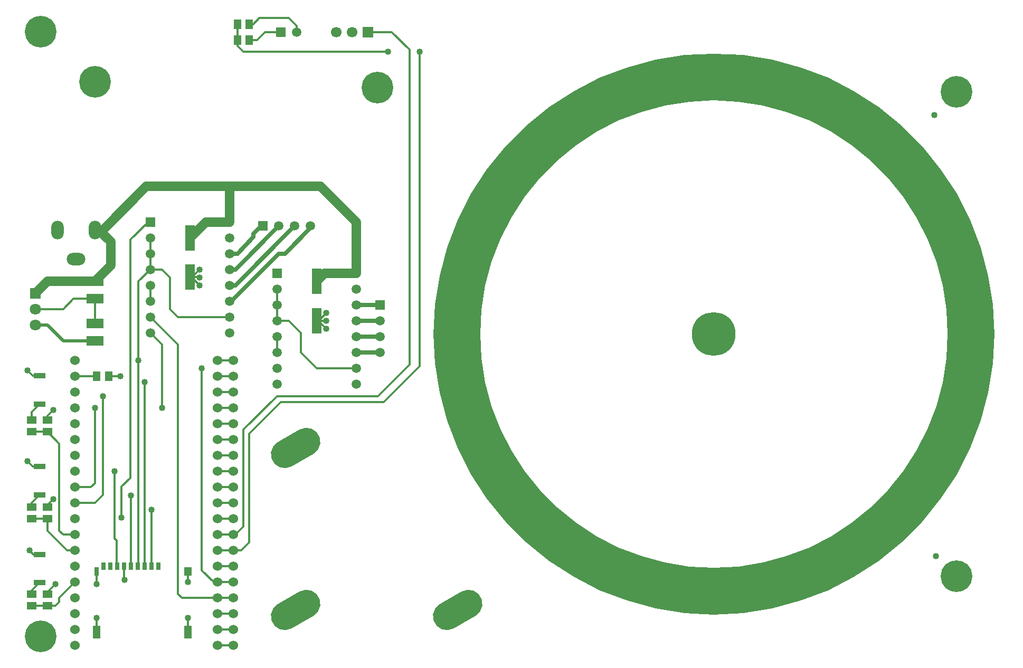
<source format=gbr>
G04 DipTrace 3.3.0.0*
G04 Top.gbr*
%MOIN*%
G04 #@! TF.FileFunction,Copper,L1,Top*
G04 #@! TF.Part,Single*
%AMOUTLINE0*
4,1,16,
0.112483,-0.037345,
0.141382,-0.01053,
0.155785,0.026168,
0.152839,0.06548,
0.133127,0.099622,
0.100554,0.121829,
0.061571,0.127705,
0.0239,0.116085,
-0.112483,0.037345,
-0.141382,0.01053,
-0.155785,-0.026168,
-0.152839,-0.06548,
-0.133127,-0.099622,
-0.100554,-0.121829,
-0.061571,-0.127705,
-0.0239,-0.116085,
0.112483,-0.037345,
0*%
G04 #@! TA.AperFunction,Conductor*
%ADD13C,0.012*%
%ADD14C,0.019685*%
%ADD16C,0.025*%
%ADD17C,0.059055*%
%ADD19R,0.106299X0.062992*%
%ADD20R,0.059055X0.051181*%
%ADD22R,0.062992X0.163386*%
%ADD23R,0.051181X0.059055*%
G04 #@! TA.AperFunction,ComponentPad*
%ADD24R,0.059055X0.059055*%
%ADD25C,0.059055*%
%ADD26R,0.066929X0.066929*%
%ADD27C,0.066929*%
%ADD28O,0.07874X0.11811*%
%ADD29O,0.11811X0.07874*%
%ADD30R,0.027559X0.051181*%
%ADD31R,0.047244X0.07874*%
%ADD32R,0.047244X0.055118*%
%ADD33R,0.031496X0.055118*%
G04 #@! TA.AperFunction,ComponentPad*
%ADD34C,0.2*%
%ADD35C,0.275591*%
%ADD36R,0.070866X0.070866*%
%ADD37C,0.070866*%
%ADD38R,0.074803X0.037402*%
G04 #@! TA.AperFunction,ComponentPad*
%ADD39C,0.06*%
%ADD40R,0.059X0.059*%
%ADD41C,0.059*%
G04 #@! TA.AperFunction,ViaPad*
%ADD42C,0.04*%
G04 #@! TA.AperFunction,ComponentPad*
%ADD107OUTLINE0*%
%FSLAX26Y26*%
G04*
G70*
G90*
G75*
G01*
G04 Top*
%LPD*%
X1164094Y994016D2*
D13*
X1169016D1*
Y2294016D1*
X1244016Y3069016D2*
Y2969016D1*
Y2869016D1*
X2044016Y2744016D2*
Y2644016D1*
Y2544016D1*
X1169016Y2294016D2*
Y2794016D1*
X1244016Y2869016D1*
X1319016D1*
X1369016Y2819016D1*
Y2619016D1*
X1419016Y2569016D1*
X1744016D1*
X2044016Y2544016D2*
X2119016D1*
X2194016Y2469016D1*
Y2344016D1*
X2294016Y2244016D1*
X2544016D1*
X519016Y2619016D2*
X694016D1*
X758780Y2683780D1*
X894016D1*
Y2529252D2*
Y2683780D1*
X1077480Y994016D2*
Y910551D1*
X1081516Y906516D1*
X904252Y960551D2*
Y883780D1*
X906516Y881516D1*
X904252Y578661D2*
Y666752D1*
X906516Y669016D1*
X1482205Y578661D2*
Y668327D1*
X1481516Y669016D1*
X1482205Y960551D2*
Y894705D1*
X1481516Y894016D1*
X1494016Y2820984D2*
X1508484D1*
X1556516Y2869016D1*
X1494016Y2820984D2*
X1554547D1*
X1556516Y2819016D1*
X1494016Y2820984D2*
X1504547D1*
X1556516Y2769016D1*
X2294016Y2545984D2*
X2354547D1*
X2356516Y2544016D1*
X2294016Y2545984D2*
X2308484D1*
X2356516Y2594016D1*
X2294016Y2545984D2*
X2304547D1*
X2356516Y2494016D1*
X1869016Y4419016D2*
X1894016D1*
X1931516Y4456516D1*
X2119016D1*
X2169016Y4406516D1*
Y4369016D1*
X544016Y2198150D2*
X502382D1*
X469016Y2231516D1*
X544016Y1623150D2*
X502382D1*
X469016Y1656516D1*
X544016Y1069016D2*
X506516D1*
X481516Y1094016D1*
X981319Y2194016D2*
X1056516D1*
X594016Y1368819D2*
Y1381516D1*
X631516Y1419016D1*
X594016Y818819D2*
Y831516D1*
X644016Y881516D1*
X594016Y1919016D2*
Y1944016D1*
X631516Y1981516D1*
X1669016Y2294016D2*
X1769016D1*
X1669016Y1694016D2*
X1769016D1*
X1669016Y894016D2*
X1644016D1*
X1569016Y969016D1*
Y2244016D1*
X1669016Y894016D2*
X1769016D1*
X944016Y2069016D2*
Y1444016D1*
X894016Y1394016D1*
X769016D1*
X2044016Y2344016D2*
Y2444016D1*
X519016Y2519016D2*
D14*
X594016D1*
X694016Y2419016D1*
X894016D1*
X494016Y819016D2*
D13*
Y839882D1*
X544016Y889882D1*
X1868819Y4319016D2*
X1919016D1*
X1969016Y4369016D1*
X2069016D1*
X494016Y1918819D2*
Y1969016D1*
X544016Y2019016D1*
X769016Y1194016D2*
X694016D1*
X669016Y1219016D1*
Y1769213D1*
X594016Y1844213D1*
X494213D1*
X494016Y1844016D1*
X1669016Y994016D2*
X1769016D1*
X2544016Y2644016D2*
D16*
X2694016D1*
Y2544016D2*
X2544016D1*
X2694016Y2444016D2*
X2544016D1*
X2694016Y2344016D2*
X2544016D1*
X1669016Y794016D2*
D13*
X1444016D1*
X1419016Y819016D1*
Y2394016D1*
X1244016Y2569016D1*
X1669016Y794016D2*
X1769016D1*
X494016Y1369016D2*
Y1394016D1*
X544016Y1444016D1*
X594016Y744016D2*
X644016D1*
X669016Y769016D1*
Y794016D1*
X769016Y894016D1*
X494016Y744213D2*
X593819D1*
X594016Y744016D1*
X769016Y1494016D2*
X869016D1*
X894016Y1519016D1*
Y1994016D1*
X1319016D2*
Y2394016D1*
X1244016Y2469016D1*
X594016Y1294016D2*
X494213D1*
X494016Y1294213D1*
X769016Y1094016D2*
X719016D1*
X594016Y1219016D1*
Y1294016D1*
X1669016Y1194016D2*
X1769016D1*
X1781516D1*
X1831516Y1244016D1*
Y1856516D1*
X2044016Y2069016D1*
X2681516D1*
X2881516Y2269016D1*
Y4256516D1*
X2769016Y4369016D1*
X2619016D1*
X1207402Y994016D2*
Y2157402D1*
X1669016Y2194016D2*
X1769016D1*
X1250709Y994016D2*
Y1350709D1*
X1669016Y1394016D2*
X1769016D1*
X1034173Y994016D2*
X1031516D1*
Y1156516D1*
X1019016Y1169016D1*
Y1594016D1*
X1669016D2*
X1769016D1*
X769016Y2194016D2*
X906516D1*
X1669016Y2094016D2*
X1769016D1*
X1669016Y1994016D2*
X1769016D1*
X1669016Y1894016D2*
X1769016D1*
X1669016Y1794016D2*
X1769016D1*
X1244016Y2669016D2*
Y2769016D1*
X1669016Y694016D2*
X1769016D1*
X1669016Y594016D2*
X1769016D1*
X1669016Y494016D2*
X1769016D1*
X1744016Y2969016D2*
D16*
X1794016D1*
X1894016Y3074436D1*
Y3094016D1*
X1944016Y3144016D1*
X1956516D1*
X1744016Y2869016D2*
X1781516D1*
X2056516Y3144016D1*
X1744016Y2769016D2*
X1781516D1*
X2156516Y3144016D1*
X1744016Y2669016D2*
X1756516D1*
X2056516Y2969016D1*
X2094016D1*
X2256516Y3131516D1*
Y3144016D1*
X1794213Y4419016D2*
D13*
Y4319213D1*
X1794016Y4319016D1*
Y4418819D2*
X1794213Y4419016D1*
X1669016Y1094016D2*
X1769016D1*
X1794016Y4319016D2*
Y4281516D1*
X1831516Y4244016D1*
X2744016D1*
X2944016D2*
Y2256516D1*
X2719016Y2031516D1*
X2069016D1*
X1869016Y1831516D1*
Y1144016D1*
X1819016Y1094016D1*
X1769016D1*
X1120787Y994016D2*
Y1442244D1*
X1669016Y1494016D2*
X1769016D1*
X1244016Y3169016D2*
X1231516D1*
X1119016Y3056516D1*
Y1552087D1*
X1063307Y1496378D1*
Y1299528D1*
X1669016Y1294016D2*
X1769016D1*
X894016Y3119016D2*
D17*
X919016D1*
X994016Y3044016D1*
Y2894016D1*
X894016Y2794016D1*
X594016D1*
X519016Y2719016D1*
X894016Y3119016D2*
X944016D1*
X1219016Y3394016D1*
X1744016D1*
X2319016D1*
X2544016Y3169016D1*
Y2844016D1*
X1744016Y3169016D2*
Y3394016D1*
Y3169016D2*
X1594016D1*
X1494016Y3069016D1*
X2544016Y2844016D2*
X2344016D1*
X2294016Y2794016D1*
D42*
X1169016Y2294016D3*
X1569016Y2244016D3*
X944016Y2069016D3*
X894016Y1994016D3*
X1319016D3*
X1207402Y2157402D3*
X1250709Y1350709D3*
X1019016Y1594016D3*
X2744016Y4244016D3*
X2944016D3*
X1120787Y1442244D3*
X1063307Y1299528D3*
X1081516Y906516D3*
X906516Y881516D3*
Y669016D3*
X1481516D3*
Y894016D3*
X2356516Y2544016D3*
Y2594016D3*
Y2494016D3*
X1556516Y2819016D3*
Y2869016D3*
Y2769016D3*
X469016Y2231516D3*
Y1656516D3*
X481516Y1094016D3*
X1056516Y2194016D3*
X6194016Y3844016D3*
X6206516Y1056516D3*
X631516Y1419016D3*
X644016Y881516D3*
X631516Y1981516D3*
D19*
X894016Y2794016D3*
Y2683780D3*
Y2419016D3*
Y2529252D3*
D20*
X594016Y744016D3*
Y818819D3*
Y1294016D3*
Y1368819D3*
D22*
X2294016Y2545984D3*
Y2794016D3*
X1494016Y2820984D3*
Y3069016D3*
D20*
X594016Y1844213D3*
Y1919016D3*
D23*
X1794213Y4419016D3*
X1869016D3*
D24*
X2069016Y4369016D3*
D25*
X2169016D3*
D24*
X2694016Y2644016D3*
D25*
Y2544016D3*
Y2444016D3*
Y2344016D3*
D24*
X1956516Y3144016D3*
D25*
X2056516D3*
X2156516D3*
X2256516D3*
D26*
X2619016Y4369016D3*
D27*
X2519016D3*
X2419016D3*
D28*
X894016Y3119016D3*
X657795D3*
D29*
X775906Y2933976D3*
D30*
X1294016Y994016D3*
X1250709D3*
X1207402D3*
X1164094D3*
X1120787D3*
X1077480D3*
X1034173D3*
X990866D3*
X947559D3*
D31*
X1482205Y578661D3*
D32*
Y960551D3*
D33*
X904252D3*
D31*
Y578661D3*
D34*
X551496Y4370394D3*
X6334606Y929803D3*
Y3992087D3*
X551496Y551496D3*
X896417Y4055433D3*
D107*
X2160669Y718819D3*
Y1742441D3*
X3184291Y718819D3*
D34*
X2677480Y4016063D3*
D35*
X4803465Y2460945D3*
D36*
X519016Y2719016D3*
D37*
Y2619016D3*
Y2519016D3*
D20*
X494016Y819016D3*
Y744213D3*
Y1369016D3*
Y1294213D3*
Y1918819D3*
Y1844016D3*
D23*
X1868819Y4319016D3*
X1794016D3*
D38*
X544016Y1069016D3*
Y889882D3*
Y1623150D3*
Y1444016D3*
Y2198150D3*
Y2019016D3*
D39*
X769016Y494016D3*
Y594016D3*
Y694016D3*
Y794016D3*
Y894016D3*
Y994016D3*
Y1094016D3*
Y1194016D3*
Y1294016D3*
Y1394016D3*
Y1494016D3*
Y1594016D3*
Y1694016D3*
Y1794016D3*
Y1894016D3*
Y1994016D3*
Y2094016D3*
Y2194016D3*
Y2294016D3*
X1669016Y494016D3*
Y594016D3*
Y694016D3*
Y794016D3*
Y894016D3*
Y994016D3*
Y1094016D3*
Y1194016D3*
Y1294016D3*
Y1394016D3*
Y1494016D3*
Y1594016D3*
Y1694016D3*
Y1794016D3*
Y1894016D3*
Y1994016D3*
Y2094016D3*
Y2194016D3*
Y2294016D3*
X1769016D3*
Y494016D3*
Y594016D3*
Y694016D3*
Y794016D3*
Y894016D3*
Y994016D3*
Y1094016D3*
Y1194016D3*
Y1294016D3*
Y1394016D3*
Y1494016D3*
Y1594016D3*
Y1694016D3*
Y1794016D3*
Y1894016D3*
Y1994016D3*
Y2094016D3*
Y2194016D3*
D40*
X2044016Y2844016D3*
D41*
Y2744016D3*
Y2644016D3*
Y2544016D3*
Y2444016D3*
Y2344016D3*
Y2244016D3*
Y2144016D3*
X2544016D3*
Y2244016D3*
Y2344016D3*
Y2444016D3*
Y2544016D3*
Y2644016D3*
Y2744016D3*
Y2844016D3*
D40*
X1244016Y3169016D3*
D41*
Y3069016D3*
Y2969016D3*
Y2869016D3*
Y2769016D3*
Y2669016D3*
Y2569016D3*
Y2469016D3*
X1744016D3*
Y2569016D3*
Y2669016D3*
Y2769016D3*
Y2869016D3*
Y2969016D3*
Y3069016D3*
Y3169016D3*
D23*
X906516Y2194016D3*
X981319D3*
G36*
X6575118Y2460945D2*
X6565413Y2646133D1*
X6536403Y2829293D1*
X6488407Y3008416D1*
X6421950Y3181541D1*
X6152203Y3061442D1*
D1*
X6207584Y2917171D1*
X6247580Y2767902D1*
X6271755Y2615269D1*
X6279843Y2460945D1*
X6271755Y2306621D1*
X6247580Y2153988D1*
X6207584Y2004719D1*
X6152203Y1860448D1*
X6082046Y1722756D1*
X5997879Y1593152D1*
X5900627Y1473055D1*
X5791354Y1363782D1*
X5671257Y1266530D1*
X5541654Y1182364D1*
X5403962Y1112206D1*
X5259690Y1056825D1*
X5110421Y1016829D1*
X4957789Y992655D1*
X4803465Y984567D1*
X4649140Y992655D1*
X4496508Y1016829D1*
X4347239Y1056825D1*
X4202967Y1112206D1*
X4065276Y1182364D1*
X3935672Y1266530D1*
X3815575Y1363782D1*
X3706302Y1473055D1*
X3609050Y1593152D1*
X3524883Y1722756D1*
X3454726Y1860448D1*
X3399345Y2004719D1*
X3359349Y2153988D1*
X3335175Y2306621D1*
X3327087Y2460945D1*
X3335175Y2615269D1*
X3359349Y2767902D1*
X3399345Y2917171D1*
X3454726Y3061442D1*
X3524883Y3199134D1*
X3609050Y3328738D1*
X3706302Y3448835D1*
X3815575Y3558108D1*
X3935672Y3655360D1*
X4065276Y3739526D1*
X4202967Y3809684D1*
X4347239Y3865064D1*
X4496508Y3905060D1*
X4649140Y3929235D1*
X4803465Y3937323D1*
X4957789Y3929235D1*
X5110421Y3905060D1*
X5259690Y3865064D1*
X5403962Y3809684D1*
X5541654Y3739526D1*
X5671257Y3655360D1*
X5791354Y3558108D1*
X5900627Y3448835D1*
X5997879Y3328738D1*
X6082046Y3199134D1*
X6152203Y3061442D1*
X6421950Y3181541D1*
X6337761Y3346772D1*
X6236762Y3502297D1*
X6120060Y3646412D1*
X5988932Y3777541D1*
X5844816Y3894243D1*
X5689291Y3995241D1*
X5524060Y4079430D1*
X5350936Y4145887D1*
X5171812Y4193883D1*
X4988652Y4222894D1*
X4803465Y4232598D1*
X4618277Y4222894D1*
X4435117Y4193883D1*
X4255993Y4145887D1*
X4082869Y4079430D1*
X3917638Y3995241D1*
X3762113Y3894243D1*
X3617997Y3777541D1*
X3486869Y3646412D1*
X3370167Y3502297D1*
X3269168Y3346772D1*
X3184979Y3181541D1*
X3118522Y3008416D1*
X3070526Y2829293D1*
X3041516Y2646133D1*
X3031811Y2460945D1*
X3041516Y2275757D1*
X3070526Y2092597D1*
X3118522Y1913474D1*
X3184979Y1740349D1*
X3269168Y1575118D1*
X3370167Y1419593D1*
X3486869Y1275478D1*
X3617997Y1144349D1*
X3762113Y1027647D1*
X3917638Y926648D1*
X4082869Y842459D1*
X4255993Y776003D1*
X4435117Y728007D1*
X4618277Y698996D1*
X4803465Y689291D1*
X4988652Y698996D1*
X5171812Y728007D1*
X5350936Y776003D1*
X5524060Y842459D1*
X5689291Y926648D1*
X5844816Y1027647D1*
X5988932Y1144349D1*
X6120060Y1275478D1*
X6236762Y1419593D1*
X6337761Y1575118D1*
X6421950Y1740349D1*
X6488407Y1913474D1*
X6536403Y2092597D1*
X6565413Y2275757D1*
X6575118Y2460945D1*
G37*
M02*

</source>
